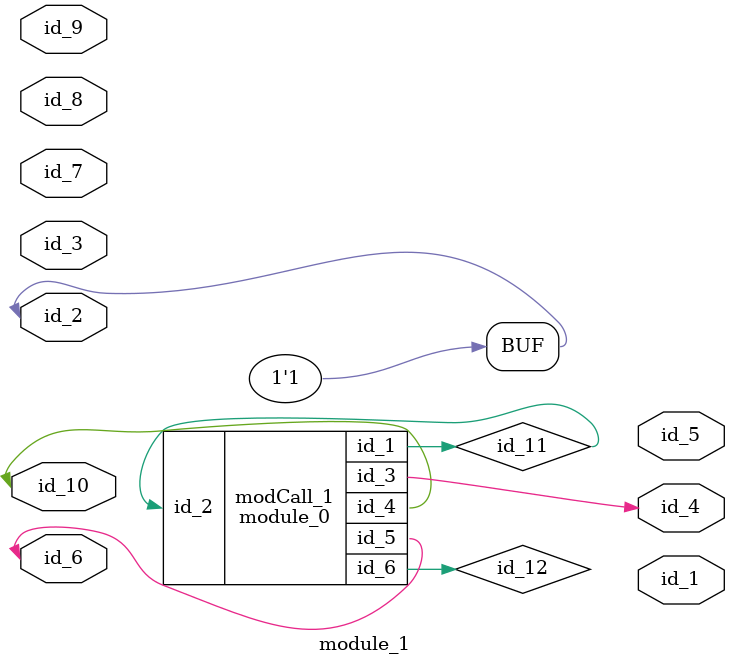
<source format=v>
module module_0 (
    id_1,
    id_2,
    id_3,
    id_4,
    id_5,
    id_6
);
  inout wire id_6;
  output wire id_5;
  inout wire id_4;
  output wire id_3;
  input wire id_2;
  output wire id_1;
  assign id_1 = 1'b0;
  wire id_7;
endmodule
module module_1 (
    id_1,
    id_2,
    id_3,
    id_4,
    id_5,
    id_6,
    id_7,
    id_8,
    id_9,
    id_10
);
  inout wire id_10;
  input wire id_9;
  input wire id_8;
  input wire id_7;
  inout wire id_6;
  output wire id_5;
  output wire id_4;
  inout wire id_3;
  inout wire id_2;
  output wire id_1;
  wire id_11;
  assign id_2 = 1;
  wire id_12;
  module_0 modCall_1 (
      id_11,
      id_11,
      id_4,
      id_10,
      id_6,
      id_12
  );
endmodule

</source>
